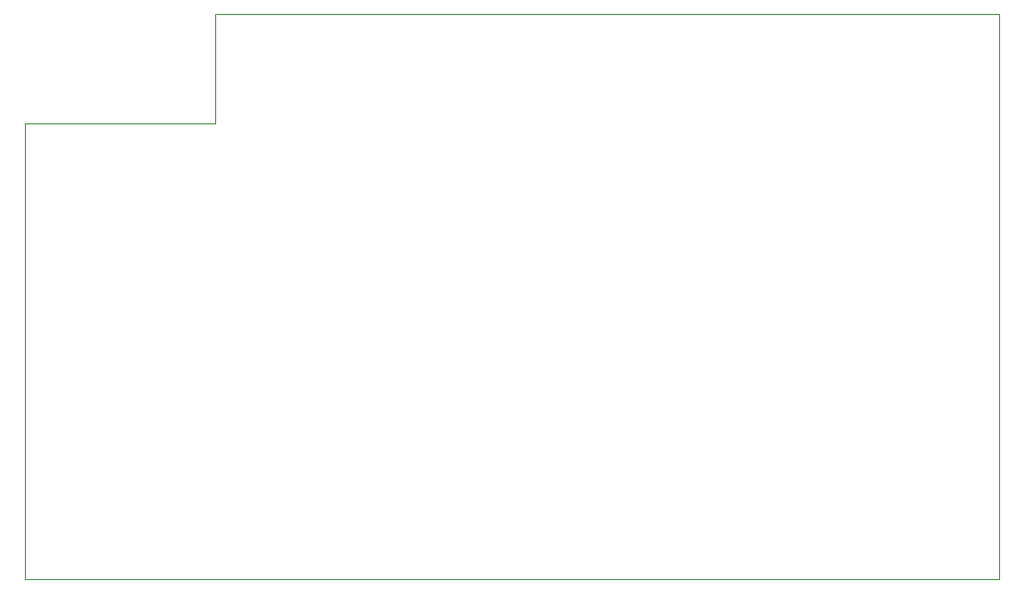
<source format=gm1>
G04 #@! TF.GenerationSoftware,KiCad,Pcbnew,8.0.0-rc1*
G04 #@! TF.CreationDate,2025-03-14T12:06:18+03:00*
G04 #@! TF.ProjectId,Movita_IO_Expansion_Board_V2.0,4d6f7669-7461-45f4-994f-5f457870616e,REV1*
G04 #@! TF.SameCoordinates,Original*
G04 #@! TF.FileFunction,Profile,NP*
%FSLAX46Y46*%
G04 Gerber Fmt 4.6, Leading zero omitted, Abs format (unit mm)*
G04 Created by KiCad (PCBNEW 8.0.0-rc1) date 2025-03-14 12:06:18*
%MOMM*%
%LPD*%
G01*
G04 APERTURE LIST*
G04 #@! TA.AperFunction,Profile*
%ADD10C,0.050000*%
G04 #@! TD*
G04 APERTURE END LIST*
D10*
X155470096Y-98028297D02*
X72610070Y-98028297D01*
X72610070Y-59210000D01*
X88800097Y-59210000D01*
X88800097Y-50948394D01*
X88800000Y-49928297D01*
X155470096Y-49928297D01*
X155470096Y-98028297D01*
M02*

</source>
